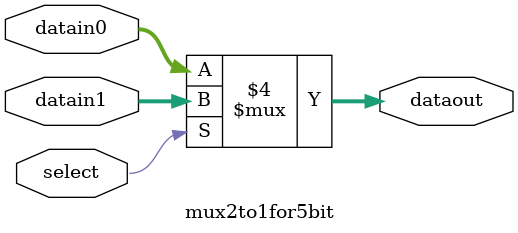
<source format=v>
module mux2to1for5bit(datain0,datain1, dataout, select);
input [4:0] datain0, datain1;
input select;
output [4:0] dataout; 
reg [4:0] dataout;
always @(datain0 or datain1 or select)
begin 
if (select == 0)
   dataout = datain0;
else
   dataout = datain1;
end 
endmodule
</source>
